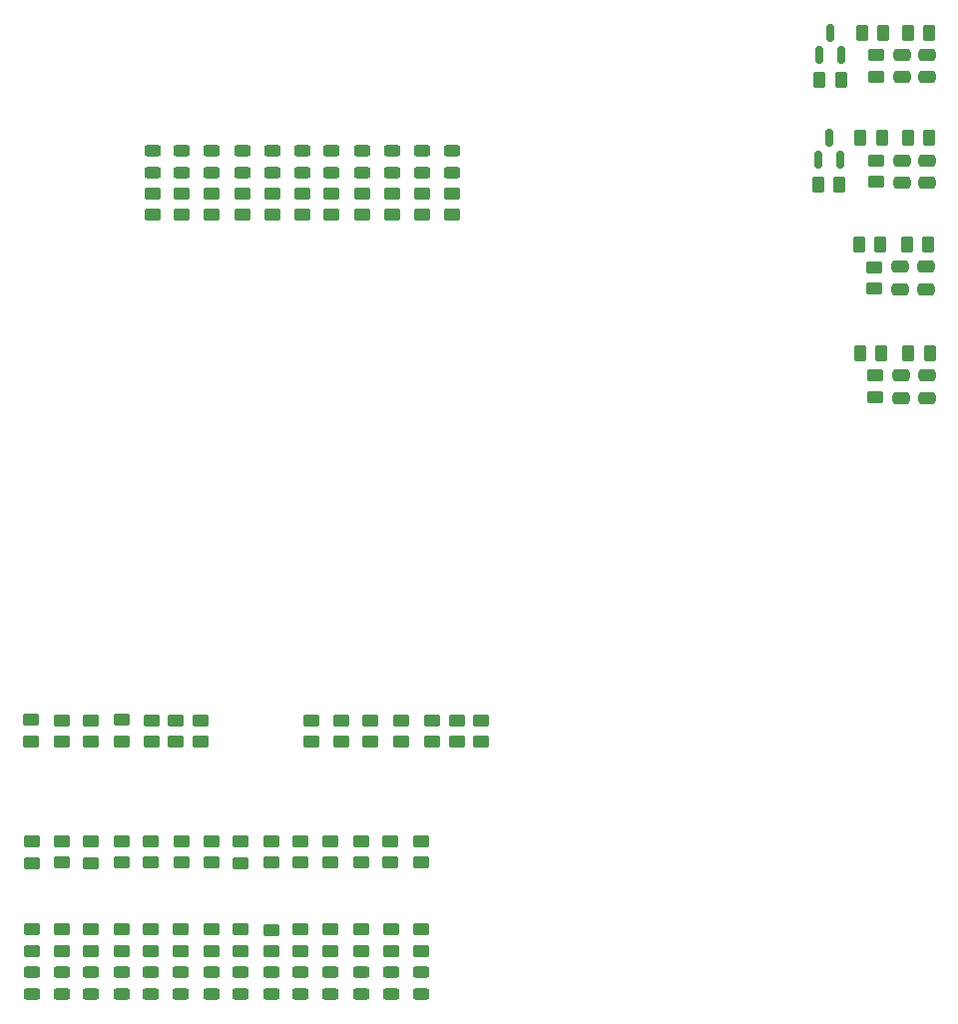
<source format=gtp>
%TF.GenerationSoftware,KiCad,Pcbnew,8.0.6*%
%TF.CreationDate,2024-12-02T12:55:51+01:00*%
%TF.ProjectId,PCB_Tester,5043425f-5465-4737-9465-722e6b696361,rev?*%
%TF.SameCoordinates,Original*%
%TF.FileFunction,Paste,Top*%
%TF.FilePolarity,Positive*%
%FSLAX46Y46*%
G04 Gerber Fmt 4.6, Leading zero omitted, Abs format (unit mm)*
G04 Created by KiCad (PCBNEW 8.0.6) date 2024-12-02 12:55:51*
%MOMM*%
%LPD*%
G01*
G04 APERTURE LIST*
G04 Aperture macros list*
%AMRoundRect*
0 Rectangle with rounded corners*
0 $1 Rounding radius*
0 $2 $3 $4 $5 $6 $7 $8 $9 X,Y pos of 4 corners*
0 Add a 4 corners polygon primitive as box body*
4,1,4,$2,$3,$4,$5,$6,$7,$8,$9,$2,$3,0*
0 Add four circle primitives for the rounded corners*
1,1,$1+$1,$2,$3*
1,1,$1+$1,$4,$5*
1,1,$1+$1,$6,$7*
1,1,$1+$1,$8,$9*
0 Add four rect primitives between the rounded corners*
20,1,$1+$1,$2,$3,$4,$5,0*
20,1,$1+$1,$4,$5,$6,$7,0*
20,1,$1+$1,$6,$7,$8,$9,0*
20,1,$1+$1,$8,$9,$2,$3,0*%
G04 Aperture macros list end*
%ADD10RoundRect,0.250000X-0.450000X0.262500X-0.450000X-0.262500X0.450000X-0.262500X0.450000X0.262500X0*%
%ADD11RoundRect,0.250000X0.450000X-0.262500X0.450000X0.262500X-0.450000X0.262500X-0.450000X-0.262500X0*%
%ADD12RoundRect,0.243750X-0.456250X0.243750X-0.456250X-0.243750X0.456250X-0.243750X0.456250X0.243750X0*%
%ADD13RoundRect,0.250000X0.262500X0.450000X-0.262500X0.450000X-0.262500X-0.450000X0.262500X-0.450000X0*%
%ADD14RoundRect,0.243750X0.456250X-0.243750X0.456250X0.243750X-0.456250X0.243750X-0.456250X-0.243750X0*%
%ADD15RoundRect,0.250000X-0.475000X0.250000X-0.475000X-0.250000X0.475000X-0.250000X0.475000X0.250000X0*%
%ADD16RoundRect,0.150000X0.150000X-0.587500X0.150000X0.587500X-0.150000X0.587500X-0.150000X-0.587500X0*%
G04 APERTURE END LIST*
D10*
%TO.C,R27*%
X129480000Y-120660000D03*
X129480000Y-122485000D03*
%TD*%
D11*
%TO.C,R49*%
X119400000Y-60025000D03*
X119400000Y-58200000D03*
%TD*%
D12*
%TO.C,D8*%
X116680000Y-124235000D03*
X116680000Y-126110000D03*
%TD*%
%TO.C,D11*%
X124280000Y-124235000D03*
X124280000Y-126110000D03*
%TD*%
D13*
%TO.C,R29*%
X171112500Y-53500000D03*
X169287500Y-53500000D03*
%TD*%
D11*
%TO.C,R45*%
X129500000Y-60025000D03*
X129500000Y-58200000D03*
%TD*%
D10*
%TO.C,R20*%
X111580000Y-120647500D03*
X111580000Y-122472500D03*
%TD*%
%TO.C,R5*%
X109080000Y-113147500D03*
X109080000Y-114972500D03*
%TD*%
%TO.C,R1*%
X98980000Y-113172500D03*
X98980000Y-114997500D03*
%TD*%
D14*
%TO.C,D17*%
X129500000Y-56475000D03*
X129500000Y-54600000D03*
%TD*%
D10*
%TO.C,R57*%
X106600000Y-102875000D03*
X106600000Y-104700000D03*
%TD*%
D15*
%TO.C,C6*%
X174900000Y-55400000D03*
X174900000Y-57300000D03*
%TD*%
D13*
%TO.C,R43*%
X167500000Y-57500000D03*
X165675000Y-57500000D03*
%TD*%
D12*
%TO.C,D2*%
X101480000Y-124235000D03*
X101480000Y-126110000D03*
%TD*%
D15*
%TO.C,C5*%
X172800000Y-55400000D03*
X172800000Y-57300000D03*
%TD*%
D10*
%TO.C,R25*%
X124280000Y-120660000D03*
X124280000Y-122485000D03*
%TD*%
D12*
%TO.C,D13*%
X129480000Y-124235000D03*
X129480000Y-126110000D03*
%TD*%
D10*
%TO.C,R55*%
X101500000Y-102900000D03*
X101500000Y-104725000D03*
%TD*%
D11*
%TO.C,R46*%
X127000000Y-60025000D03*
X127000000Y-58200000D03*
%TD*%
D10*
%TO.C,R8*%
X116680000Y-113172500D03*
X116680000Y-114997500D03*
%TD*%
D14*
%TO.C,D19*%
X124400000Y-56475000D03*
X124400000Y-54600000D03*
%TD*%
D10*
%TO.C,R54*%
X98900000Y-102875000D03*
X98900000Y-104700000D03*
%TD*%
D15*
%TO.C,C1*%
X172625000Y-64425000D03*
X172625000Y-66325000D03*
%TD*%
D12*
%TO.C,D7*%
X114180000Y-124235000D03*
X114180000Y-126110000D03*
%TD*%
D15*
%TO.C,C4*%
X174925000Y-73675000D03*
X174925000Y-75575000D03*
%TD*%
D11*
%TO.C,R47*%
X124400000Y-60025000D03*
X124400000Y-58200000D03*
%TD*%
D10*
%TO.C,R26*%
X126880000Y-120660000D03*
X126880000Y-122485000D03*
%TD*%
D12*
%TO.C,D5*%
X109080000Y-124235000D03*
X109080000Y-126110000D03*
%TD*%
D10*
%TO.C,R17*%
X103980000Y-120660000D03*
X103980000Y-122485000D03*
%TD*%
D13*
%TO.C,R42*%
X175137500Y-71775000D03*
X173312500Y-71775000D03*
%TD*%
D10*
%TO.C,R63*%
X127700000Y-102900000D03*
X127700000Y-104725000D03*
%TD*%
%TO.C,R36*%
X170600000Y-46475000D03*
X170600000Y-48300000D03*
%TD*%
%TO.C,R12*%
X126880000Y-113147500D03*
X126880000Y-114972500D03*
%TD*%
%TO.C,R10*%
X121780000Y-113160000D03*
X121780000Y-114985000D03*
%TD*%
%TO.C,R67*%
X137100000Y-102900000D03*
X137100000Y-104725000D03*
%TD*%
D13*
%TO.C,R37*%
X175100000Y-44575000D03*
X173275000Y-44575000D03*
%TD*%
D10*
%TO.C,R28*%
X131980000Y-120647500D03*
X131980000Y-122472500D03*
%TD*%
%TO.C,R19*%
X109080000Y-120647500D03*
X109080000Y-122472500D03*
%TD*%
%TO.C,R58*%
X109100000Y-102900000D03*
X109100000Y-104725000D03*
%TD*%
D14*
%TO.C,D20*%
X121900000Y-56437500D03*
X121900000Y-54562500D03*
%TD*%
D12*
%TO.C,D9*%
X119280000Y-124235000D03*
X119280000Y-126110000D03*
%TD*%
%TO.C,D6*%
X111580000Y-124235000D03*
X111580000Y-126110000D03*
%TD*%
D10*
%TO.C,R15*%
X98980000Y-120660000D03*
X98980000Y-122485000D03*
%TD*%
D11*
%TO.C,R39*%
X132100000Y-60025000D03*
X132100000Y-58200000D03*
%TD*%
D12*
%TO.C,D10*%
X121780000Y-124235000D03*
X121780000Y-126110000D03*
%TD*%
D10*
%TO.C,R61*%
X122700000Y-102900000D03*
X122700000Y-104725000D03*
%TD*%
%TO.C,R9*%
X119280000Y-113160000D03*
X119280000Y-114985000D03*
%TD*%
%TO.C,R7*%
X114180000Y-113147500D03*
X114180000Y-114972500D03*
%TD*%
D12*
%TO.C,D3*%
X103980000Y-124235000D03*
X103980000Y-126110000D03*
%TD*%
D10*
%TO.C,R56*%
X104000000Y-102900000D03*
X104000000Y-104725000D03*
%TD*%
%TO.C,R59*%
X111200000Y-102900000D03*
X111200000Y-104725000D03*
%TD*%
D15*
%TO.C,C8*%
X174900000Y-46425000D03*
X174900000Y-48325000D03*
%TD*%
D14*
%TO.C,D21*%
X119400000Y-56475000D03*
X119400000Y-54600000D03*
%TD*%
D11*
%TO.C,R50*%
X116800000Y-60012500D03*
X116800000Y-58187500D03*
%TD*%
D10*
%TO.C,R60*%
X113300000Y-102900000D03*
X113300000Y-104725000D03*
%TD*%
%TO.C,R64*%
X130300000Y-102900000D03*
X130300000Y-104725000D03*
%TD*%
D11*
%TO.C,R51*%
X114200000Y-60012500D03*
X114200000Y-58187500D03*
%TD*%
%TO.C,R48*%
X121900000Y-60025000D03*
X121900000Y-58200000D03*
%TD*%
D13*
%TO.C,R35*%
X171200000Y-44575000D03*
X169375000Y-44575000D03*
%TD*%
%TO.C,R44*%
X167612500Y-48600000D03*
X165787500Y-48600000D03*
%TD*%
D12*
%TO.C,D4*%
X106580000Y-124235000D03*
X106580000Y-126110000D03*
%TD*%
D10*
%TO.C,R23*%
X119280000Y-120672500D03*
X119280000Y-122497500D03*
%TD*%
%TO.C,R62*%
X125200000Y-102900000D03*
X125200000Y-104725000D03*
%TD*%
D11*
%TO.C,R53*%
X109200000Y-60025000D03*
X109200000Y-58200000D03*
%TD*%
D13*
%TO.C,R40*%
X171050000Y-71775000D03*
X169225000Y-71775000D03*
%TD*%
D14*
%TO.C,D16*%
X132100000Y-56475000D03*
X132100000Y-54600000D03*
%TD*%
%TO.C,D23*%
X114200000Y-56437500D03*
X114200000Y-54562500D03*
%TD*%
D12*
%TO.C,D14*%
X131980000Y-124235000D03*
X131980000Y-126110000D03*
%TD*%
D10*
%TO.C,R66*%
X135000000Y-102900000D03*
X135000000Y-104725000D03*
%TD*%
%TO.C,R16*%
X101480000Y-120660000D03*
X101480000Y-122485000D03*
%TD*%
%TO.C,R30*%
X170600000Y-55400000D03*
X170600000Y-57225000D03*
%TD*%
D15*
%TO.C,C3*%
X172725000Y-73675000D03*
X172725000Y-75575000D03*
%TD*%
D12*
%TO.C,D12*%
X126880000Y-124235000D03*
X126880000Y-126110000D03*
%TD*%
D16*
%TO.C,Q1*%
X165650000Y-55375000D03*
X167550000Y-55375000D03*
X166600000Y-53500000D03*
%TD*%
D14*
%TO.C,D25*%
X109200000Y-56437500D03*
X109200000Y-54562500D03*
%TD*%
%TO.C,D24*%
X111700000Y-56475000D03*
X111700000Y-54600000D03*
%TD*%
D10*
%TO.C,R2*%
X101480000Y-113160000D03*
X101480000Y-114985000D03*
%TD*%
D14*
%TO.C,D18*%
X127000000Y-56475000D03*
X127000000Y-54600000D03*
%TD*%
D13*
%TO.C,R34*%
X175112500Y-53500000D03*
X173287500Y-53500000D03*
%TD*%
D15*
%TO.C,C2*%
X174825000Y-64425000D03*
X174825000Y-66325000D03*
%TD*%
%TO.C,C7*%
X172800000Y-46425000D03*
X172800000Y-48325000D03*
%TD*%
D10*
%TO.C,R13*%
X129380000Y-113160000D03*
X129380000Y-114985000D03*
%TD*%
%TO.C,R3*%
X103980000Y-113172500D03*
X103980000Y-114997500D03*
%TD*%
%TO.C,R21*%
X114180000Y-120647500D03*
X114180000Y-122472500D03*
%TD*%
%TO.C,R6*%
X111680000Y-113147500D03*
X111680000Y-114972500D03*
%TD*%
D13*
%TO.C,R33*%
X175025000Y-62575000D03*
X173200000Y-62575000D03*
%TD*%
D10*
%TO.C,R18*%
X106580000Y-120647500D03*
X106580000Y-122472500D03*
%TD*%
%TO.C,R32*%
X170425000Y-64450000D03*
X170425000Y-66275000D03*
%TD*%
D11*
%TO.C,R52*%
X111700000Y-60025000D03*
X111700000Y-58200000D03*
%TD*%
D14*
%TO.C,D22*%
X116800000Y-56437500D03*
X116800000Y-54562500D03*
%TD*%
%TO.C,D15*%
X134600000Y-56437500D03*
X134600000Y-54562500D03*
%TD*%
D10*
%TO.C,R14*%
X131980000Y-113147500D03*
X131980000Y-114972500D03*
%TD*%
%TO.C,R4*%
X106580000Y-113147500D03*
X106580000Y-114972500D03*
%TD*%
D12*
%TO.C,D1*%
X98980000Y-124235000D03*
X98980000Y-126110000D03*
%TD*%
D11*
%TO.C,R38*%
X134600000Y-60012500D03*
X134600000Y-58187500D03*
%TD*%
D10*
%TO.C,R41*%
X170525000Y-73675000D03*
X170525000Y-75500000D03*
%TD*%
%TO.C,R22*%
X116680000Y-120647500D03*
X116680000Y-122472500D03*
%TD*%
D16*
%TO.C,Q2*%
X165750000Y-46475000D03*
X167650000Y-46475000D03*
X166700000Y-44600000D03*
%TD*%
D10*
%TO.C,R24*%
X121780000Y-120660000D03*
X121780000Y-122485000D03*
%TD*%
%TO.C,R11*%
X124280000Y-113160000D03*
X124280000Y-114985000D03*
%TD*%
D13*
%TO.C,R31*%
X170950000Y-62575000D03*
X169125000Y-62575000D03*
%TD*%
D10*
%TO.C,R65*%
X132900000Y-102900000D03*
X132900000Y-104725000D03*
%TD*%
M02*

</source>
